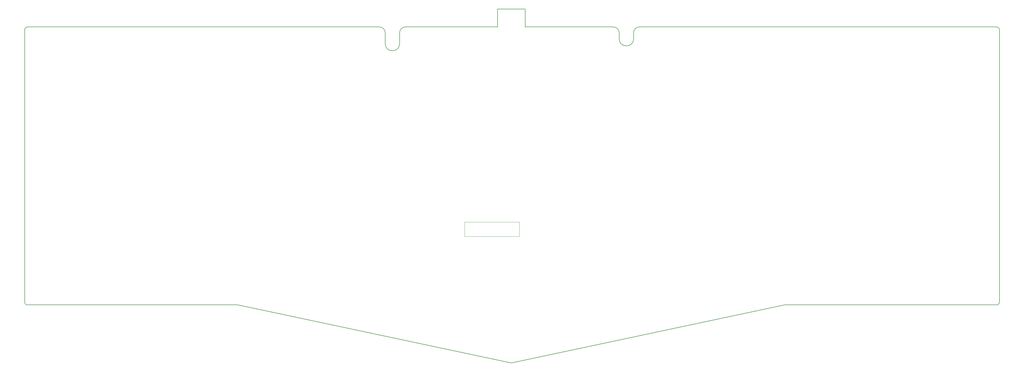
<source format=gbr>
%TF.GenerationSoftware,KiCad,Pcbnew,(5.1.10-1-10_14)*%
%TF.CreationDate,2021-06-03T00:35:35+07:00*%
%TF.ProjectId,geulis,6765756c-6973-42e6-9b69-6361645f7063,rev?*%
%TF.SameCoordinates,Original*%
%TF.FileFunction,Profile,NP*%
%FSLAX46Y46*%
G04 Gerber Fmt 4.6, Leading zero omitted, Abs format (unit mm)*
G04 Created by KiCad (PCBNEW (5.1.10-1-10_14)) date 2021-06-03 00:35:35*
%MOMM*%
%LPD*%
G01*
G04 APERTURE LIST*
%TA.AperFunction,Profile*%
%ADD10C,0.050000*%
%TD*%
%TA.AperFunction,Profile*%
%ADD11C,0.150000*%
%TD*%
G04 APERTURE END LIST*
D10*
X196250274Y60926054D02*
X177250273Y60926051D01*
X196250278Y55926055D02*
X196250274Y60926054D01*
X177250277Y55926050D02*
X196250278Y55926055D01*
X177250273Y60926051D02*
X177250277Y55926050D01*
D11*
X25096495Y42749457D02*
X25096495Y43185349D01*
X25096493Y38685347D02*
X25096490Y33749452D01*
X147834244Y128587398D02*
G75*
G02*
X149834243Y126587397I-1J-2000000D01*
G01*
X154834242Y126587402D02*
G75*
G02*
X156834244Y128587402I2000001J-1D01*
G01*
X228779534Y128587395D02*
G75*
G02*
X230779543Y126587406I10J-1999999D01*
G01*
X235779540Y126587401D02*
G75*
G02*
X237779539Y128587404I2000001J2D01*
G01*
X156834244Y128587402D02*
X188691293Y128587398D01*
X149834243Y122829265D02*
X149834243Y126587397D01*
X154834242Y122829256D02*
X154834239Y126587399D01*
X237779539Y128587404D02*
X361335247Y128587396D01*
X230779543Y124509722D02*
X230779543Y126587406D01*
X235779537Y124509718D02*
X235779543Y126587400D01*
X26096494Y32247393D02*
G75*
G02*
X25096493Y33247400I3J1000004D01*
G01*
X362335246Y33247397D02*
G75*
G02*
X361335243Y32247396I-1000002J1D01*
G01*
X361335240Y128587400D02*
G75*
G02*
X362335242Y127587400I1J-1000001D01*
G01*
X25096494Y127587402D02*
G75*
G02*
X26096492Y128587398I999997J-1D01*
G01*
X25096495Y42749457D02*
X25096493Y38685347D01*
X25096495Y127587409D02*
X25096495Y43185349D01*
X25096490Y33749452D02*
X25096493Y33247400D01*
X26096494Y32247411D02*
X98788976Y32247395D01*
X98788976Y32247395D02*
X193466492Y12123075D01*
X193466492Y12123075D02*
X288144009Y32247404D01*
X288144009Y32247404D02*
X361335243Y32247396D01*
X362335242Y127587400D02*
X362335243Y33247398D01*
X198241695Y128587403D02*
X228779545Y128587392D01*
X198241695Y128587403D02*
X198241696Y134759297D01*
X198241696Y134759297D02*
X188691293Y134759301D01*
X188691293Y134759301D02*
X188691293Y128587398D01*
X26096492Y128587398D02*
X147834238Y128587402D01*
X235779541Y124509722D02*
G75*
G02*
X230779543Y124509722I-2499999J0D01*
G01*
X154834235Y122829245D02*
G75*
G02*
X149834243Y122829265I-2499996J10D01*
G01*
M02*

</source>
